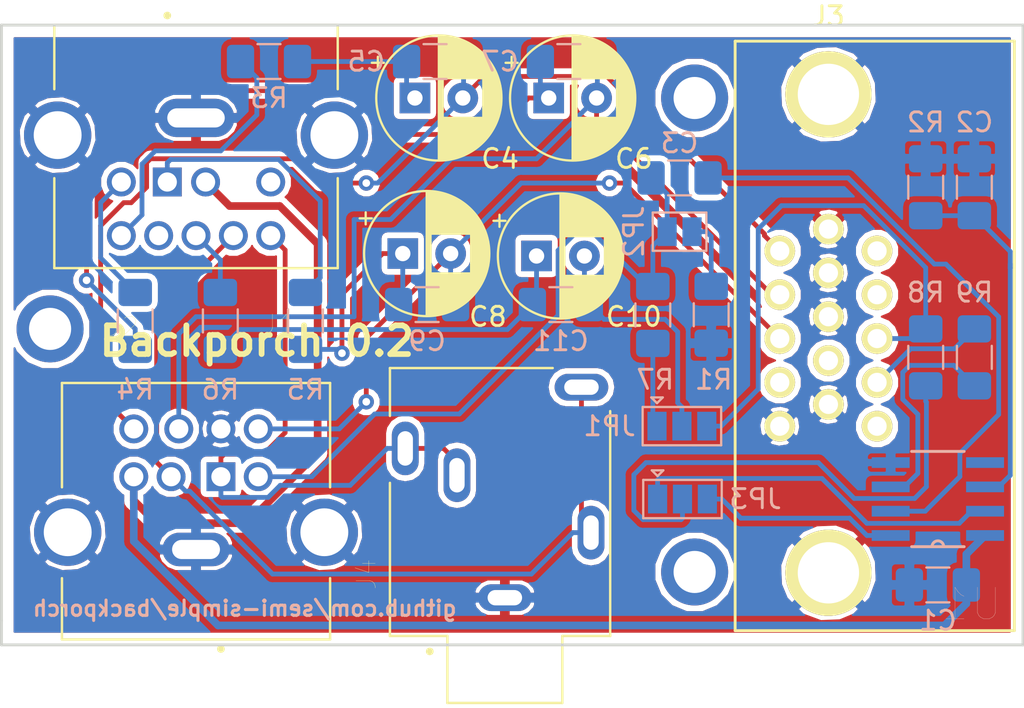
<source format=kicad_pcb>
(kicad_pcb (version 20171130) (host pcbnew 5.0.2+dfsg1-1)
  (layers (0 F.Cu signal) (31 B.Cu signal) (34 B.Paste user) (35 F.Paste user) (36 B.SilkS user) (37 F.SilkS user) (38 B.Mask user) (39 F.Mask user) (44 Edge.Cuts user))
  (net 0 "")
  (net 1 GND)
  (net 2 +5V)
  (net 3 "Net-(C2-Pad1)")
  (net 4 "Net-(C3-Pad1)")
  (net 5 CSYNC_75)
  (net 6 RED_75)
  (net 7 "Net-(C4-Pad1)")
  (net 8 "Net-(C6-Pad1)")
  (net 9 GREEN_75)
  (net 10 BLUE_75)
  (net 11 "Net-(C8-Pad1)")
  (net 12 "Net-(C10-Pad1)")
  (net 13 "Net-(C10-Pad2)")
  (net 14 BLUE_IN)
  (net 15 RED_IN)
  (net 16 GREEN_IN)
  (net 17 "Net-(J1-Pad6)")
  (net 18 AUD_RIGHT)
  (net 19 "Net-(J1-Pad4)")
  (net 20 AUD_LEFT)
  (net 21 CSYNC_IN)
  (net 22 "Net-(J3-Pad4)")
  (net 23 "Net-(J3-Pad9)")
  (net 24 "Net-(J3-Pad11)")
  (net 25 "Net-(J3-Pad12)")
  (net 26 HSYNC_75)
  (net 27 "Net-(J3-Pad15)")
  (net 28 "Net-(JP1-Pad1)")
  (net 29 "Net-(U1-Pad5)")
  (net 30 "Net-(JP2-Pad1)")
  (net 31 "Net-(JP3-Pad2)")
  (net 32 VSYNC_75)
  (net 33 "Net-(R9-Pad2)")
  (net 34 "Net-(JP3-Pad3)")
  (net 35 "Net-(JP3-Pad1)")
  (module project-footprints:CUI_MD-80SM (layer F.Cu) (at 118.11 100.965)
    (fp_text reference J2 (at -3.825 -9.635) (layer F.SilkS) (effects (font (thickness 0.015))))
    (fp_text value MD-80SM)
    (pad S1 thru_hole circle (at 6.7 1.1) (size 3.516 3.516) (drill 2.5) (layers *.Cu *.Mask) (net 1 GND))
    (pad S2 thru_hole circle (at -6.7 1.1) (size 3.516 3.516) (drill 2.5) (layers *.Cu *.Mask) (net 1 GND))
    (pad S3 thru_hole oval (at 0 2) (size 3.5 1.75) (drill oval 2.5 1) (layers *.Cu *.Mask) (net 1 GND))
    (pad 1 thru_hole rect (at 1.3 -1.8) (size 1.508 1.508) (drill 1) (layers *.Cu *.Mask) (net 18 AUD_RIGHT))
    (pad 6 thru_hole circle (at 3.25 -4.3) (size 1.508 1.508) (drill 1) (layers *.Cu *.Mask) (net 10 BLUE_75))
    (pad 5 thru_hole circle (at 3.25 -1.8) (size 1.508 1.508) (drill 1) (layers *.Cu *.Mask) (net 5 CSYNC_75))
    (pad 3 thru_hole circle (at -3.25 -1.8) (size 1.508 1.508) (drill 1) (layers *.Cu *.Mask) (net 2 +5V))
    (pad 8 thru_hole circle (at -3.25 -4.3) (size 1.508 1.508) (drill 1) (layers *.Cu *.Mask) (net 6 RED_75))
    (pad 2 thru_hole circle (at -1.3 -1.8) (size 1.508 1.508) (drill 1) (layers *.Cu *.Mask) (net 20 AUD_LEFT))
    (pad 4 thru_hole circle (at 1.3 -4.3) (size 1.508 1.508) (drill 1) (layers *.Cu *.Mask) (net 1 GND))
    (pad 7 thru_hole circle (at -0.9 -4.3) (size 1.508 1.508) (drill 1) (layers *.Cu *.Mask) (net 9 GREEN_75))
  )
  (module project-footprints:CUI_MD-90SM (layer F.Cu) (at 118.11 81.915 180)
    (fp_text reference J1 (at -4.325 -9.285 180) (layer F.SilkS) (effects (font (thickness 0.015))))
    (fp_text value MD-90SM)
    (pad S1 thru_hole circle (at 7.225 0.6 180) (size 3.516 3.516) (drill 2.5) (layers *.Cu *.Mask) (net 1 GND))
    (pad S2 thru_hole circle (at -7.225 0.6 180) (size 3.516 3.516) (drill 2.5) (layers *.Cu *.Mask) (net 1 GND))
    (pad S3 thru_hole oval (at 0 1.5 180) (size 4 2) (drill oval 3 1) (layers *.Cu *.Mask) (net 1 GND))
    (pad 1 thru_hole rect (at 1.5 -1.85 180) (size 1.508 1.508) (drill 1) (layers *.Cu *.Mask) (net 14 BLUE_IN))
    (pad 7 thru_hole circle (at 3.9 -4.65 180) (size 1.508 1.508) (drill 1) (layers *.Cu *.Mask) (net 15 RED_IN))
    (pad 3 thru_hole circle (at 3.9 -1.85 180) (size 1.508 1.508) (drill 1) (layers *.Cu *.Mask) (net 16 GREEN_IN))
    (pad 6 thru_hole circle (at -3.9 -1.85 180) (size 1.508 1.508) (drill 1) (layers *.Cu *.Mask) (net 17 "Net-(J1-Pad6)"))
    (pad 9 thru_hole circle (at -3.9 -4.65 180) (size 1.508 1.508) (drill 1) (layers *.Cu *.Mask) (net 18 AUD_RIGHT))
    (pad 2 thru_hole circle (at -0.5 -1.85 180) (size 1.508 1.508) (drill 1) (layers *.Cu *.Mask) (net 2 +5V))
    (pad 4 thru_hole circle (at 1.95 -4.65 180) (size 1.508 1.508) (drill 1) (layers *.Cu *.Mask) (net 19 "Net-(J1-Pad4)"))
    (pad 8 thru_hole circle (at -1.95 -4.65 180) (size 1.508 1.508) (drill 1) (layers *.Cu *.Mask) (net 20 AUD_LEFT))
    (pad 5 thru_hole circle (at 0 -4.65 180) (size 1.508 1.508) (drill 1) (layers *.Cu *.Mask) (net 21 CSYNC_IN))
  )
  (module project-footprints:SOIC127P600X175-8N (layer B.Cu) (at 156.845 100.33)
    (fp_text reference U1 (at 1.754335 5.491865) (layer B.SilkS) (effects (font (size 1.64163 1.64163) (thickness 0.015)) (justify mirror)))
    (fp_text value EL1883ISZ)
    (pad 1 smd rect (at -2.4638 1.905) (size 1.9812 0.5588) (layers B.Cu B.Paste B.Mask) (net 34 "Net-(JP3-Pad3)"))
    (pad 2 smd rect (at -2.4638 0.635) (size 1.9812 0.5588) (layers B.Cu B.Paste B.Mask) (net 4 "Net-(C3-Pad1)"))
    (pad 3 smd rect (at -2.4638 -0.635) (size 1.9812 0.5588) (layers B.Cu B.Paste B.Mask) (net 33 "Net-(R9-Pad2)"))
    (pad 4 smd rect (at -2.4638 -1.905) (size 1.9812 0.5588) (layers B.Cu B.Paste B.Mask) (net 1 GND))
    (pad 5 smd rect (at 2.4638 -1.905) (size 1.9812 0.5588) (layers B.Cu B.Paste B.Mask) (net 29 "Net-(U1-Pad5)"))
    (pad 6 smd rect (at 2.4638 -0.635) (size 1.9812 0.5588) (layers B.Cu B.Paste B.Mask) (net 3 "Net-(C2-Pad1)"))
    (pad 7 smd rect (at 2.4638 0.635) (size 1.9812 0.5588) (layers B.Cu B.Paste B.Mask) (net 35 "Net-(JP3-Pad1)"))
    (pad 8 smd rect (at 2.4638 1.905) (size 1.9812 0.5588) (layers B.Cu B.Paste B.Mask) (net 2 +5V))
  )
  (module project-footprints:SWITCHCRAFT_35RAPC4BH3 (layer F.Cu) (at 133.985 102.235 90)
    (fp_text reference J4 (at -2.0258 -6.9836 90) (layer F.SilkS) (effects (font (thickness 0.015))))
    (fp_text value 35RAPC4BH3)
    (pad 1 thru_hole oval (at -3.25 0.25 90) (size 1.4 2.8) (drill oval 0.8 1.8) (layers *.Cu *.Mask) (net 1 GND))
    (pad 2 thru_hole oval (at 4.55 -4.95 90) (size 2.8 1.4) (drill oval 1.8 0.8) (layers *.Cu *.Mask) (net 18 AUD_RIGHT))
    (pad 3 thru_hole oval (at 3.15 -2.25 90) (size 2.8 1.4) (drill oval 1.8 0.8) (layers *.Cu *.Mask) (net 18 AUD_RIGHT))
    (pad 4 thru_hole oval (at 7.75 4.25 90) (size 1.4 2.8) (drill oval 0.8 1.8) (layers *.Cu *.Mask) (net 20 AUD_LEFT))
    (pad 5 thru_hole oval (at 0.15 4.75 90) (size 2.8 1.4) (drill oval 1.8 0.8) (layers *.Cu *.Mask) (net 20 AUD_LEFT))
  )
  (module project-footprints:VGA_CONN (layer F.Cu) (at 151.13 90.805 90)
    (fp_text reference J3 (at 15.70228 -0.00508 180) (layer F.SilkS))
    (fp_text value DB15_Female_HighDensity_MountingHoles)
    (pad 8 thru_hole circle (at 0 0 90) (size 1.6 1.6) (drill 1) (layers *.Cu *.Mask F.SilkS) (net 1 GND))
    (pad 9 thru_hole circle (at -2.29 0 90) (size 1.6 1.6) (drill 1) (layers *.Cu *.Mask F.SilkS) (net 23 "Net-(J3-Pad9)"))
    (pad 10 thru_hole circle (at -4.58 0 90) (size 1.6 1.6) (drill 1) (layers *.Cu *.Mask F.SilkS) (net 1 GND))
    (pad 1 thru_hole circle (at 3.44 -2.54 90) (size 1.6 1.6) (drill 1) (layers *.Cu *.Mask F.SilkS) (net 6 RED_75))
    (pad 2 thru_hole circle (at 1.15 -2.54 90) (size 1.6 1.6) (drill 1) (layers *.Cu *.Mask F.SilkS) (net 9 GREEN_75))
    (pad 3 thru_hole circle (at -1.14 -2.54 90) (size 1.6 1.6) (drill 1) (layers *.Cu *.Mask F.SilkS) (net 10 BLUE_75))
    (pad 4 thru_hole circle (at -3.43 -2.54 90) (size 1.6 1.6) (drill 1) (layers *.Cu *.Mask F.SilkS) (net 22 "Net-(J3-Pad4)"))
    (pad 5 thru_hole circle (at -5.72 -2.54 90) (size 1.6 1.6) (drill 1) (layers *.Cu *.Mask F.SilkS) (net 1 GND))
    (pad 6 thru_hole circle (at 4.58 0 90) (size 1.6 1.6) (drill 1) (layers *.Cu *.Mask F.SilkS) (net 1 GND))
    (pad 7 thru_hole circle (at 2.29 0 90) (size 1.6 1.6) (drill 1) (layers *.Cu *.Mask F.SilkS) (net 1 GND))
    (pad 11 thru_hole circle (at 3.44 2.54 90) (size 1.6 1.6) (drill 1) (layers *.Cu *.Mask F.SilkS) (net 24 "Net-(J3-Pad11)"))
    (pad 12 thru_hole circle (at 1.15 2.54 90) (size 1.6 1.6) (drill 1) (layers *.Cu *.Mask F.SilkS) (net 25 "Net-(J3-Pad12)"))
    (pad 13 thru_hole circle (at -1.14 2.54 90) (size 1.6 1.6) (drill 1) (layers *.Cu *.Mask F.SilkS) (net 26 HSYNC_75))
    (pad 14 thru_hole circle (at -3.43 2.54 90) (size 1.6 1.6) (drill 1) (layers *.Cu *.Mask F.SilkS) (net 32 VSYNC_75))
    (pad 15 thru_hole circle (at -5.72 2.54 90) (size 1.6 1.6) (drill 1) (layers *.Cu *.Mask F.SilkS) (net 27 "Net-(J3-Pad15)"))
    (pad 0 thru_hole circle (at 11.62 0 90) (size 4.5 4.5) (drill 3.2) (layers *.Cu *.Mask F.SilkS) (net 1 GND))
    (pad 0 thru_hole circle (at -13.38 0 90) (size 4.5 4.5) (drill 3.2) (layers *.Cu *.Mask F.SilkS) (net 1 GND))
  )
  (module MountingHole:MountingHole_2.2mm_M2_ISO7380_Pad (layer F.Cu) (at 110.49 91.44)
    (fp_text reference H3 hide)
    (fp_text value MountingHole)
    (pad 1 thru_hole circle (at 0 0) (size 3.5 3.5) (drill 2.2) (layers *.Cu *.Mask))
  )
  (module MountingHole:MountingHole_2.2mm_M2_ISO7380_Pad (layer F.Cu) (at 144.145 79.375)
    (fp_text reference H2 hide)
    (fp_text value MountingHole)
    (pad 1 thru_hole circle (at 0 0) (size 3.5 3.5) (drill 2.2) (layers *.Cu *.Mask))
  )
  (module MountingHole:MountingHole_2.2mm_M2_ISO7380_Pad (layer F.Cu) (at 144.145 104.14)
    (fp_text reference H1 hide)
    (fp_text value MountingHole)
    (pad 1 thru_hole circle (at 0 0) (size 3.5 3.5) (drill 2.2) (layers *.Cu *.Mask))
  )
  (module Jumper:SolderJumper-3_P1.3mm_Open_Pad1.0x1.5mm (layer B.Cu) (at 143.51 100.33)
    (fp_text reference JP3 (at 3.81 0) (layer B.SilkS) (effects (justify mirror)))
    (fp_text value CSYNC/HSYNC)
    (pad 3 smd rect (at 1.3 0) (size 1 1.5) (layers B.Cu B.Mask) (net 34 "Net-(JP3-Pad3)"))
    (pad 2 smd rect (at 0 0) (size 1 1.5) (layers B.Cu B.Mask) (net 31 "Net-(JP3-Pad2)"))
    (pad 1 smd rect (at -1.3 0) (size 1 1.5) (layers B.Cu B.Mask) (net 35 "Net-(JP3-Pad1)"))
  )
  (module Resistor_SMD:R_1206_3216Metric_Pad1.42x1.75mm_HandSolder (layer B.Cu) (at 158.75 92.9275 270)
    (fp_text reference R9 (at -3.3925 0) (layer B.SilkS) (effects (justify mirror)))
    (fp_text value 75R)
    (pad 1 smd roundrect (at -1.4875 0 270) (size 1.425 1.75) (layers B.Cu B.Paste B.Mask) (roundrect_rratio 0.175439) (net 32 VSYNC_75))
    (pad 2 smd roundrect (at 1.4875 0 270) (size 1.425 1.75) (layers B.Cu B.Paste B.Mask) (roundrect_rratio 0.175439) (net 33 "Net-(R9-Pad2)"))
  )
  (module Jumper:SolderJumper-2_P1.3mm_Open_Pad1.0x1.5mm (layer B.Cu) (at 143.358595 86.36 180)
    (fp_text reference JP2 (at 2.388595 0 90) (layer B.SilkS) (effects (justify mirror)))
    (fp_text value SolderJumper_2_Bridged)
    (pad 2 smd rect (at 0.65 0 180) (size 1 1.5) (layers B.Cu B.Mask) (net 5 CSYNC_75))
    (pad 1 smd rect (at -0.65 0 180) (size 1 1.5) (layers B.Cu B.Mask) (net 30 "Net-(JP2-Pad1)"))
  )
  (module Capacitor_SMD:C_1206_3216Metric_Pad1.42x1.75mm_HandSolder (layer B.Cu) (at 156.845 104.817684 180)
    (fp_text reference C1 (at 0 -1.862316 180) (layer B.SilkS) (effects (justify mirror)))
    (fp_text value 0.1uF)
    (pad 2 smd roundrect (at 1.4875 0 180) (size 1.425 1.75) (layers B.Cu B.Paste B.Mask) (roundrect_rratio 0.175439) (net 1 GND))
    (pad 1 smd roundrect (at -1.4875 0 180) (size 1.425 1.75) (layers B.Cu B.Paste B.Mask) (roundrect_rratio 0.175439) (net 2 +5V))
  )
  (module Capacitor_SMD:C_1206_3216Metric_Pad1.42x1.75mm_HandSolder (layer B.Cu) (at 158.75 84.0375 90)
    (fp_text reference C2 (at 3.3925 0) (layer B.SilkS) (effects (justify mirror)))
    (fp_text value 0.1uF)
    (pad 1 smd roundrect (at -1.4875 0 90) (size 1.425 1.75) (layers B.Cu B.Paste B.Mask) (roundrect_rratio 0.175439) (net 3 "Net-(C2-Pad1)"))
    (pad 2 smd roundrect (at 1.4875 0 90) (size 1.425 1.75) (layers B.Cu B.Paste B.Mask) (roundrect_rratio 0.175439) (net 1 GND))
  )
  (module Capacitor_SMD:C_1206_3216Metric_Pad1.42x1.75mm_HandSolder (layer B.Cu) (at 143.358595 83.551444 180)
    (fp_text reference C3 (at 0 1.82 180) (layer B.SilkS) (effects (justify mirror)))
    (fp_text value 0.1uF)
    (pad 1 smd roundrect (at -1.4875 0 180) (size 1.425 1.75) (layers B.Cu B.Paste B.Mask) (roundrect_rratio 0.175439) (net 4 "Net-(C3-Pad1)"))
    (pad 2 smd roundrect (at 1.4875 0 180) (size 1.425 1.75) (layers B.Cu B.Paste B.Mask) (roundrect_rratio 0.175439) (net 5 CSYNC_75))
  )
  (module Capacitor_THT:CP_Radial_D6.3mm_P2.50mm (layer F.Cu) (at 129.54 79.375)
    (fp_text reference C4 (at 4.445 3.175) (layer F.SilkS))
    (fp_text value 330uF)
    (pad 2 thru_hole circle (at 2.5 0) (size 1.6 1.6) (drill 0.8) (layers *.Cu *.Mask) (net 6 RED_75))
    (pad 1 thru_hole rect (at 0 0) (size 1.6 1.6) (drill 0.8) (layers *.Cu *.Mask) (net 7 "Net-(C4-Pad1)"))
  )
  (module Capacitor_SMD:C_1206_3216Metric_Pad1.42x1.75mm_HandSolder (layer B.Cu) (at 130.5925 77.47 180)
    (fp_text reference C5 (at 3.5925 0 180) (layer B.SilkS) (effects (justify mirror)))
    (fp_text value 0.1uF)
    (pad 1 smd roundrect (at -1.4875 0 180) (size 1.425 1.75) (layers B.Cu B.Paste B.Mask) (roundrect_rratio 0.175439) (net 6 RED_75))
    (pad 2 smd roundrect (at 1.4875 0 180) (size 1.425 1.75) (layers B.Cu B.Paste B.Mask) (roundrect_rratio 0.175439) (net 7 "Net-(C4-Pad1)"))
  )
  (module Capacitor_THT:CP_Radial_D6.3mm_P2.50mm (layer F.Cu) (at 136.525 79.375)
    (fp_text reference C6 (at 4.445 3.175) (layer F.SilkS))
    (fp_text value 330uF)
    (pad 1 thru_hole rect (at 0 0) (size 1.6 1.6) (drill 0.8) (layers *.Cu *.Mask) (net 8 "Net-(C6-Pad1)"))
    (pad 2 thru_hole circle (at 2.5 0) (size 1.6 1.6) (drill 0.8) (layers *.Cu *.Mask) (net 9 GREEN_75))
  )
  (module Capacitor_SMD:C_1206_3216Metric_Pad1.42x1.75mm_HandSolder (layer B.Cu) (at 137.5775 77.47 180)
    (fp_text reference C7 (at 3.5925 0 180) (layer B.SilkS) (effects (justify mirror)))
    (fp_text value 0.1uF)
    (pad 2 smd roundrect (at 1.4875 0 180) (size 1.425 1.75) (layers B.Cu B.Paste B.Mask) (roundrect_rratio 0.175439) (net 8 "Net-(C6-Pad1)"))
    (pad 1 smd roundrect (at -1.4875 0 180) (size 1.425 1.75) (layers B.Cu B.Paste B.Mask) (roundrect_rratio 0.175439) (net 9 GREEN_75))
  )
  (module Capacitor_THT:CP_Radial_D6.3mm_P2.50mm (layer F.Cu) (at 128.905 87.503)
    (fp_text reference C8 (at 4.445 3.302) (layer F.SilkS))
    (fp_text value 330uF)
    (pad 2 thru_hole circle (at 2.5 0) (size 1.6 1.6) (drill 0.8) (layers *.Cu *.Mask) (net 10 BLUE_75))
    (pad 1 thru_hole rect (at 0 0) (size 1.6 1.6) (drill 0.8) (layers *.Cu *.Mask) (net 11 "Net-(C8-Pad1)"))
  )
  (module Capacitor_SMD:C_1206_3216Metric_Pad1.42x1.75mm_HandSolder (layer B.Cu) (at 130.175 90.17 180)
    (fp_text reference C9 (at 0 -1.905 180) (layer B.SilkS) (effects (justify mirror)))
    (fp_text value 0.1uF)
    (pad 1 smd roundrect (at -1.4875 0 180) (size 1.425 1.75) (layers B.Cu B.Paste B.Mask) (roundrect_rratio 0.175439) (net 10 BLUE_75))
    (pad 2 smd roundrect (at 1.4875 0 180) (size 1.425 1.75) (layers B.Cu B.Paste B.Mask) (roundrect_rratio 0.175439) (net 11 "Net-(C8-Pad1)"))
  )
  (module Capacitor_THT:CP_Radial_D6.3mm_P2.50mm (layer F.Cu) (at 135.89 87.63)
    (fp_text reference C10 (at 5.08 3.175) (layer F.SilkS))
    (fp_text value 330uF)
    (pad 1 thru_hole rect (at 0 0) (size 1.6 1.6) (drill 0.8) (layers *.Cu *.Mask) (net 12 "Net-(C10-Pad1)"))
    (pad 2 thru_hole circle (at 2.5 0) (size 1.6 1.6) (drill 0.8) (layers *.Cu *.Mask) (net 13 "Net-(C10-Pad2)"))
  )
  (module Capacitor_SMD:C_1206_3216Metric_Pad1.42x1.75mm_HandSolder (layer B.Cu) (at 137.16 90.17 180)
    (fp_text reference C11 (at 0 -1.905 180) (layer B.SilkS) (effects (justify mirror)))
    (fp_text value 0.1uF)
    (pad 2 smd roundrect (at 1.4875 0 180) (size 1.425 1.75) (layers B.Cu B.Paste B.Mask) (roundrect_rratio 0.175439) (net 12 "Net-(C10-Pad1)"))
    (pad 1 smd roundrect (at -1.4875 0 180) (size 1.425 1.75) (layers B.Cu B.Paste B.Mask) (roundrect_rratio 0.175439) (net 13 "Net-(C10-Pad2)"))
  )
  (module Jumper:SolderJumper-3_P1.3mm_Open_Pad1.0x1.5mm (layer B.Cu) (at 143.48 96.52)
    (fp_text reference JP1 (at -3.78 0) (layer B.SilkS) (effects (justify mirror)))
    (fp_text value "EL 1883 bypass")
    (pad 3 smd rect (at 1.3 0) (size 1 1.5) (layers B.Cu B.Mask) (net 26 HSYNC_75))
    (pad 2 smd rect (at 0 0) (size 1 1.5) (layers B.Cu B.Mask) (net 13 "Net-(C10-Pad2)"))
    (pad 1 smd rect (at -1.3 0) (size 1 1.5) (layers B.Cu B.Mask) (net 28 "Net-(JP1-Pad1)"))
  )
  (module Resistor_SMD:R_1206_3216Metric_Pad1.42x1.75mm_HandSolder (layer B.Cu) (at 145.009595 90.699944 270)
    (fp_text reference R1 (at 3.3925 -0.127 180) (layer B.SilkS) (effects (justify mirror)))
    (fp_text value 75R)
    (pad 1 smd roundrect (at -1.4875 0 270) (size 1.425 1.75) (layers B.Cu B.Paste B.Mask) (roundrect_rratio 0.175439) (net 30 "Net-(JP2-Pad1)"))
    (pad 2 smd roundrect (at 1.4875 0 270) (size 1.425 1.75) (layers B.Cu B.Paste B.Mask) (roundrect_rratio 0.175439) (net 1 GND))
  )
  (module Resistor_SMD:R_1206_3216Metric_Pad1.42x1.75mm_HandSolder (layer B.Cu) (at 156.21 84.0375 90)
    (fp_text reference R2 (at 3.3925 0) (layer B.SilkS) (effects (justify mirror)))
    (fp_text value 681kR)
    (pad 2 smd roundrect (at 1.4875 0 90) (size 1.425 1.75) (layers B.Cu B.Paste B.Mask) (roundrect_rratio 0.175439) (net 1 GND))
    (pad 1 smd roundrect (at -1.4875 0 90) (size 1.425 1.75) (layers B.Cu B.Paste B.Mask) (roundrect_rratio 0.175439) (net 3 "Net-(C2-Pad1)"))
  )
  (module Resistor_SMD:R_1206_3216Metric_Pad1.42x1.75mm_HandSolder (layer B.Cu) (at 121.92 77.47)
    (fp_text reference R3 (at 0 1.905) (layer B.SilkS) (effects (justify mirror)))
    (fp_text value 75R)
    (pad 1 smd roundrect (at -1.4875 0) (size 1.425 1.75) (layers B.Cu B.Paste B.Mask) (roundrect_rratio 0.175439) (net 15 RED_IN))
    (pad 2 smd roundrect (at 1.4875 0) (size 1.425 1.75) (layers B.Cu B.Paste B.Mask) (roundrect_rratio 0.175439) (net 7 "Net-(C4-Pad1)"))
  )
  (module Resistor_SMD:R_1206_3216Metric_Pad1.42x1.75mm_HandSolder (layer B.Cu) (at 114.935 91.0225 270)
    (fp_text reference R4 (at 3.5925 0 180) (layer B.SilkS) (effects (justify mirror)))
    (fp_text value 75R)
    (pad 1 smd roundrect (at -1.4875 0 270) (size 1.425 1.75) (layers B.Cu B.Paste B.Mask) (roundrect_rratio 0.175439) (net 16 GREEN_IN))
    (pad 2 smd roundrect (at 1.4875 0 270) (size 1.425 1.75) (layers B.Cu B.Paste B.Mask) (roundrect_rratio 0.175439) (net 8 "Net-(C6-Pad1)"))
  )
  (module Resistor_SMD:R_1206_3216Metric_Pad1.42x1.75mm_HandSolder (layer B.Cu) (at 123.825 91.0225 270)
    (fp_text reference R5 (at 3.5925 0 180) (layer B.SilkS) (effects (justify mirror)))
    (fp_text value 75R)
    (pad 2 smd roundrect (at 1.4875 0 270) (size 1.425 1.75) (layers B.Cu B.Paste B.Mask) (roundrect_rratio 0.175439) (net 11 "Net-(C8-Pad1)"))
    (pad 1 smd roundrect (at -1.4875 0 270) (size 1.425 1.75) (layers B.Cu B.Paste B.Mask) (roundrect_rratio 0.175439) (net 14 BLUE_IN))
  )
  (module Resistor_SMD:R_1206_3216Metric_Pad1.42x1.75mm_HandSolder (layer B.Cu) (at 119.38 91.0225 270)
    (fp_text reference R6 (at 3.5925 0 180) (layer B.SilkS) (effects (justify mirror)))
    (fp_text value 75R)
    (pad 2 smd roundrect (at 1.4875 0 270) (size 1.425 1.75) (layers B.Cu B.Paste B.Mask) (roundrect_rratio 0.175439) (net 12 "Net-(C10-Pad1)"))
    (pad 1 smd roundrect (at -1.4875 0 270) (size 1.425 1.75) (layers B.Cu B.Paste B.Mask) (roundrect_rratio 0.175439) (net 21 CSYNC_IN))
  )
  (module Resistor_SMD:R_1206_3216Metric_Pad1.42x1.75mm_HandSolder (layer B.Cu) (at 141.961595 90.709944 90)
    (fp_text reference R7 (at -3.3825 0.127) (layer B.SilkS) (effects (justify mirror)))
    (fp_text value 470R)
    (pad 2 smd roundrect (at 1.4875 0 90) (size 1.425 1.75) (layers B.Cu B.Paste B.Mask) (roundrect_rratio 0.175439) (net 5 CSYNC_75))
    (pad 1 smd roundrect (at -1.4875 0 90) (size 1.425 1.75) (layers B.Cu B.Paste B.Mask) (roundrect_rratio 0.175439) (net 28 "Net-(JP1-Pad1)"))
  )
  (module Resistor_SMD:R_1206_3216Metric_Pad1.42x1.75mm_HandSolder (layer B.Cu) (at 156.21 92.9275 270)
    (fp_text reference R8 (at -3.3925 0) (layer B.SilkS) (effects (justify mirror)))
    (fp_text value 75R)
    (pad 1 smd roundrect (at -1.4875 0 270) (size 1.425 1.75) (layers B.Cu B.Paste B.Mask) (roundrect_rratio 0.175439) (net 26 HSYNC_75))
    (pad 2 smd roundrect (at 1.4875 0 270) (size 1.425 1.75) (layers B.Cu B.Paste B.Mask) (roundrect_rratio 0.175439) (net 31 "Net-(JP3-Pad2)"))
  )
  (gr_text github.com/semi-simple/backporch (at 120.65 106.045) (layer B.SilkS) (effects (font (size 0.8 0.8) (thickness 0.16)) (justify mirror)))
  (gr_text "Backporch 0.2" (at 121.285 92.075) (layer F.SilkS) (effects (font (size 1.5 1.5) (thickness 0.3))))
  (gr_line (start 107.95 107.95) (end 107.95 106.68) (layer Edge.Cuts) (width 0.15))
  (gr_line (start 161.29 107.95) (end 107.95 107.95) (layer Edge.Cuts) (width 0.15))
  (gr_line (start 161.29 75.565) (end 161.29 107.95) (layer Edge.Cuts) (width 0.15))
  (gr_line (start 107.95 75.565) (end 161.29 75.565) (layer Edge.Cuts) (width 0.15))
  (gr_line (start 107.95 106.68) (end 107.95 75.565) (layer Edge.Cuts) (width 0.15))
  (segment (start 118.61 84.32) (end 118.61 83.765) (width 0.4) (layer B.Cu) (net 2))
  (segment (start 114.86 99.165) (end 114.86 100.405) (width 0.4) (layer F.Cu) (net 2))
  (segment (start 120.790932 101.58999) (end 124.46 97.920922) (width 0.4) (layer F.Cu) (net 2))
  (segment (start 114.86 100.405) (end 116.04499 101.58999) (width 0.4) (layer F.Cu) (net 2))
  (segment (start 116.04499 101.58999) (end 120.790932 101.58999) (width 0.4) (layer F.Cu) (net 2))
  (segment (start 119.864001 85.019001) (end 118.61 83.765) (width 0.4) (layer F.Cu) (net 2))
  (segment (start 122.484001 85.019001) (end 119.864001 85.019001) (width 0.4) (layer F.Cu) (net 2))
  (segment (start 124.46 86.995) (end 122.484001 85.019001) (width 0.4) (layer F.Cu) (net 2))
  (segment (start 124.46 97.920922) (end 124.46 86.995) (width 0.4) (layer F.Cu) (net 2))
  (segment (start 158.3325 103.2113) (end 159.3088 102.235) (width 0.4) (layer B.Cu) (net 2))
  (segment (start 158.3325 104.817684) (end 158.3325 103.2113) (width 0.4) (layer B.Cu) (net 2))
  (segment (start 114.86 102.534557) (end 114.86 99.165) (width 0.4) (layer B.Cu) (net 2))
  (segment (start 119.260444 106.935001) (end 114.86 102.534557) (width 0.4) (layer B.Cu) (net 2))
  (segment (start 157.190183 106.935001) (end 119.260444 106.935001) (width 0.4) (layer B.Cu) (net 2))
  (segment (start 158.3325 105.792684) (end 157.190183 106.935001) (width 0.4) (layer B.Cu) (net 2))
  (segment (start 158.3325 104.817684) (end 158.3325 105.792684) (width 0.4) (layer B.Cu) (net 2))
  (segment (start 160.02 99.695) (end 160.624401 99.090599) (width 0.25) (layer B.Cu) (net 3))
  (segment (start 159.3088 99.695) (end 160.02 99.695) (width 0.25) (layer B.Cu) (net 3))
  (segment (start 160.624401 87.399401) (end 158.75 85.525) (width 0.25) (layer B.Cu) (net 3))
  (segment (start 160.624401 88.265) (end 160.624401 87.399401) (width 0.25) (layer B.Cu) (net 3))
  (segment (start 160.624401 88.265) (end 160.624401 88.034401) (width 0.25) (layer B.Cu) (net 3))
  (segment (start 160.624401 99.090599) (end 160.624401 88.265) (width 0.25) (layer B.Cu) (net 3))
  (segment (start 156.21 85.525) (end 158.75 85.525) (width 0.25) (layer B.Cu) (net 3))
  (segment (start 154.3812 100.965) (end 154.966202 100.965) (width 0.25) (layer B.Cu) (net 4))
  (segment (start 160.02 95.911202) (end 160.02 90.80931) (width 0.25) (layer B.Cu) (net 4))
  (segment (start 157.993199 97.938003) (end 160.02 95.911202) (width 0.25) (layer B.Cu) (net 4))
  (segment (start 157.993199 99.155599) (end 157.993199 97.938003) (width 0.25) (layer B.Cu) (net 4))
  (segment (start 156.183798 100.965) (end 157.993199 99.155599) (width 0.25) (layer B.Cu) (net 4))
  (segment (start 154.3812 100.965) (end 156.183798 100.965) (width 0.25) (layer B.Cu) (net 4))
  (segment (start 152.157856 83.551444) (end 144.846095 83.551444) (width 0.25) (layer B.Cu) (net 4))
  (segment (start 156.660009 88.053597) (end 152.157856 83.551444) (width 0.25) (layer B.Cu) (net 4))
  (segment (start 157.264287 88.053597) (end 156.660009 88.053597) (width 0.25) (layer B.Cu) (net 4))
  (segment (start 160.02 90.80931) (end 157.264287 88.053597) (width 0.25) (layer B.Cu) (net 4))
  (segment (start 141.961595 87.107) (end 142.708595 86.36) (width 0.25) (layer B.Cu) (net 5))
  (segment (start 141.961595 89.222444) (end 141.961595 87.107) (width 0.25) (layer B.Cu) (net 5))
  (segment (start 142.708595 84.388944) (end 141.871095 83.551444) (width 0.25) (layer B.Cu) (net 5))
  (segment (start 142.708595 86.36) (end 142.708595 84.388944) (width 0.25) (layer B.Cu) (net 5))
  (segment (start 124.158002 99.165) (end 121.36 99.165) (width 0.25) (layer B.Cu) (net 5))
  (segment (start 127.438002 95.885) (end 124.158002 99.165) (width 0.25) (layer B.Cu) (net 5))
  (segment (start 131.85819 95.885) (end 127.438002 95.885) (width 0.25) (layer B.Cu) (net 5))
  (segment (start 137.015001 90.728189) (end 131.85819 95.885) (width 0.25) (layer B.Cu) (net 5))
  (segment (start 137.015001 87.339997) (end 137.015001 90.728189) (width 0.25) (layer B.Cu) (net 5))
  (segment (start 137.849999 86.504999) (end 137.015001 87.339997) (width 0.25) (layer B.Cu) (net 5))
  (segment (start 138.930001 86.504999) (end 137.849999 86.504999) (width 0.25) (layer B.Cu) (net 5))
  (segment (start 141.647446 89.222444) (end 138.930001 86.504999) (width 0.25) (layer B.Cu) (net 5))
  (segment (start 141.961595 89.222444) (end 141.647446 89.222444) (width 0.25) (layer B.Cu) (net 5))
  (via (at 127 83.82) (size 0.8) (drill 0.4) (layers F.Cu B.Cu) (net 6))
  (segment (start 131.6625 79.1175) (end 131.405 79.375) (width 0.25) (layer B.Cu) (net 6))
  (segment (start 123.339158 82.55) (end 124.609158 83.82) (width 0.25) (layer F.Cu) (net 6))
  (segment (start 113.130999 94.935999) (end 113.130999 86.047079) (width 0.25) (layer F.Cu) (net 6))
  (segment (start 114.86 96.665) (end 113.130999 94.935999) (width 0.25) (layer F.Cu) (net 6))
  (segment (start 115.731998 82.55) (end 123.339158 82.55) (width 0.25) (layer F.Cu) (net 6))
  (segment (start 114.334077 84.844001) (end 114.727921 84.844001) (width 0.25) (layer F.Cu) (net 6))
  (segment (start 113.130999 86.047079) (end 114.334077 84.844001) (width 0.25) (layer F.Cu) (net 6))
  (segment (start 114.727921 84.844001) (end 115.530999 84.040923) (width 0.25) (layer F.Cu) (net 6))
  (segment (start 115.530999 82.750999) (end 115.731998 82.55) (width 0.25) (layer F.Cu) (net 6))
  (segment (start 115.530999 84.040923) (end 115.530999 82.750999) (width 0.25) (layer F.Cu) (net 6))
  (segment (start 124.609158 83.82) (end 127 83.82) (width 0.25) (layer F.Cu) (net 6))
  (segment (start 131.405 79.415) (end 131.405 79.375) (width 0.25) (layer B.Cu) (net 6))
  (segment (start 132.08 79.335) (end 132.04 79.375) (width 0.25) (layer B.Cu) (net 6))
  (segment (start 132.08 77.47) (end 132.08 79.335) (width 0.25) (layer B.Cu) (net 6))
  (segment (start 127.595 83.82) (end 132.04 79.375) (width 0.25) (layer B.Cu) (net 6))
  (segment (start 127 83.82) (end 127.595 83.82) (width 0.25) (layer B.Cu) (net 6))
  (segment (start 147.790001 86.474999) (end 147.790001 86.565001) (width 0.25) (layer F.Cu) (net 6))
  (segment (start 139.565001 78.249999) (end 147.790001 86.474999) (width 0.25) (layer F.Cu) (net 6))
  (segment (start 147.790001 86.565001) (end 148.59 87.365) (width 0.25) (layer F.Cu) (net 6))
  (segment (start 133.165001 78.249999) (end 139.565001 78.249999) (width 0.25) (layer F.Cu) (net 6))
  (segment (start 132.04 79.375) (end 133.165001 78.249999) (width 0.25) (layer F.Cu) (net 6))
  (segment (start 128.6875 77.47) (end 123.4075 77.47) (width 0.25) (layer B.Cu) (net 7))
  (segment (start 129.105 78.94) (end 129.54 79.375) (width 0.25) (layer B.Cu) (net 7))
  (segment (start 129.105 77.47) (end 129.105 78.94) (width 0.25) (layer B.Cu) (net 7))
  (via (at 112.395 88.9) (size 0.8) (drill 0.4) (layers F.Cu B.Cu) (net 8))
  (segment (start 136.09 78.94) (end 136.525 79.375) (width 0.25) (layer B.Cu) (net 8))
  (segment (start 136.09 77.47) (end 136.09 78.94) (width 0.25) (layer B.Cu) (net 8))
  (segment (start 114.935 91.44) (end 112.395 88.9) (width 0.25) (layer B.Cu) (net 8))
  (segment (start 114.935 92.51) (end 114.935 91.44) (width 0.25) (layer B.Cu) (net 8))
  (segment (start 135.475 79.375) (end 136.525 79.375) (width 0.25) (layer F.Cu) (net 8))
  (segment (start 112.395 83.114732) (end 116.519742 78.98999) (width 0.25) (layer F.Cu) (net 8))
  (segment (start 116.519742 78.98999) (end 126.240832 78.98999) (width 0.25) (layer F.Cu) (net 8))
  (segment (start 112.395 88.9) (end 112.395 83.114732) (width 0.25) (layer F.Cu) (net 8))
  (segment (start 126.240832 78.98999) (end 128.530842 81.28) (width 0.25) (layer F.Cu) (net 8))
  (segment (start 128.530842 81.28) (end 133.57 81.28) (width 0.25) (layer F.Cu) (net 8))
  (segment (start 133.57 81.28) (end 135.475 79.375) (width 0.25) (layer F.Cu) (net 8))
  (segment (start 138.6475 79.1175) (end 138.39 79.375) (width 0.25) (layer B.Cu) (net 9))
  (segment (start 138.865 78.9) (end 138.39 79.375) (width 0.25) (layer B.Cu) (net 9))
  (segment (start 139.065 79.335) (end 139.025 79.375) (width 0.25) (layer B.Cu) (net 9))
  (segment (start 139.065 77.47) (end 139.065 79.335) (width 0.25) (layer B.Cu) (net 9))
  (segment (start 148.17363 89.655) (end 148.59 89.655) (width 0.25) (layer F.Cu) (net 9))
  (segment (start 139.025 80.50637) (end 148.17363 89.655) (width 0.25) (layer F.Cu) (net 9))
  (segment (start 139.025 79.375) (end 139.025 80.50637) (width 0.25) (layer F.Cu) (net 9))
  (segment (start 117.21 91.705) (end 117.21 96.665) (width 0.25) (layer B.Cu) (net 9))
  (segment (start 118.11 90.805) (end 117.21 91.705) (width 0.25) (layer B.Cu) (net 9))
  (segment (start 126.365 85.725) (end 126.365 90.805) (width 0.25) (layer B.Cu) (net 9))
  (segment (start 126.365 90.805) (end 118.11 90.805) (width 0.25) (layer B.Cu) (net 9))
  (segment (start 137.899999 80.500001) (end 137.899999 80.540001) (width 0.25) (layer B.Cu) (net 9))
  (segment (start 137.899999 80.540001) (end 135.89 82.55) (width 0.25) (layer B.Cu) (net 9))
  (segment (start 139.025 79.375) (end 137.899999 80.500001) (width 0.25) (layer B.Cu) (net 9))
  (segment (start 131.445 82.55) (end 128.27 85.725) (width 0.25) (layer B.Cu) (net 9))
  (segment (start 135.89 82.55) (end 131.445 82.55) (width 0.25) (layer B.Cu) (net 9))
  (segment (start 128.27 85.725) (end 126.365 85.725) (width 0.25) (layer B.Cu) (net 9))
  (via (at 139.7 83.82) (size 0.8) (drill 0.4) (layers F.Cu B.Cu) (net 10))
  (via (at 127 95.25) (size 0.8) (drill 0.4) (layers F.Cu B.Cu) (net 10))
  (segment (start 131.405 89.9125) (end 131.6625 90.17) (width 0.25) (layer B.Cu) (net 10))
  (segment (start 131.405 87.503) (end 131.405 89.9125) (width 0.25) (layer B.Cu) (net 10))
  (segment (start 125.585 96.665) (end 127 95.25) (width 0.25) (layer B.Cu) (net 10))
  (segment (start 121.36 96.665) (end 125.585 96.665) (width 0.25) (layer B.Cu) (net 10))
  (segment (start 127 91.908) (end 131.405 87.503) (width 0.25) (layer F.Cu) (net 10))
  (segment (start 127 95.25) (end 127 91.908) (width 0.25) (layer F.Cu) (net 10))
  (segment (start 135.088 83.82) (end 139.7 83.82) (width 0.25) (layer B.Cu) (net 10))
  (segment (start 131.405 87.503) (end 135.088 83.82) (width 0.25) (layer B.Cu) (net 10))
  (segment (start 140.465 83.82) (end 148.59 91.945) (width 0.25) (layer F.Cu) (net 10))
  (segment (start 139.7 83.82) (end 140.465 83.82) (width 0.25) (layer F.Cu) (net 10))
  (via (at 125.73 92.71) (size 0.8) (drill 0.4) (layers F.Cu B.Cu) (net 11))
  (segment (start 128.905 89.9525) (end 128.6875 90.17) (width 0.25) (layer B.Cu) (net 11))
  (segment (start 128.905 87.503) (end 128.905 89.9525) (width 0.25) (layer B.Cu) (net 11))
  (segment (start 125.53 92.51) (end 125.73 92.71) (width 0.25) (layer B.Cu) (net 11))
  (segment (start 123.825 92.51) (end 125.53 92.51) (width 0.25) (layer B.Cu) (net 11))
  (segment (start 127.855 87.503) (end 128.905 87.503) (width 0.25) (layer F.Cu) (net 11))
  (segment (start 125.73 89.628) (end 127.855 87.503) (width 0.25) (layer F.Cu) (net 11))
  (segment (start 125.73 92.71) (end 125.73 89.628) (width 0.25) (layer F.Cu) (net 11))
  (segment (start 135.89 89.9525) (end 135.6725 90.17) (width 0.25) (layer B.Cu) (net 12))
  (segment (start 135.89 87.63) (end 135.89 89.9525) (width 0.25) (layer B.Cu) (net 12))
  (segment (start 134.37001 91.47249) (end 135.6725 90.17) (width 0.25) (layer B.Cu) (net 12))
  (segment (start 120.41751 91.47249) (end 134.37001 91.47249) (width 0.25) (layer B.Cu) (net 12))
  (segment (start 119.38 92.51) (end 120.41751 91.47249) (width 0.25) (layer B.Cu) (net 12))
  (segment (start 138.39 89.9125) (end 138.6475 90.17) (width 0.25) (layer B.Cu) (net 13))
  (segment (start 138.39 87.63) (end 138.39 89.9125) (width 0.25) (layer B.Cu) (net 13))
  (segment (start 143.48 95.52) (end 143.48 96.52) (width 0.25) (layer B.Cu) (net 13))
  (segment (start 143.259575 95.299575) (end 143.48 95.52) (width 0.25) (layer B.Cu) (net 13))
  (segment (start 139.418847 90.941347) (end 142.606188 90.941347) (width 0.25) (layer B.Cu) (net 13))
  (segment (start 143.259575 91.594734) (end 143.259575 95.299575) (width 0.25) (layer B.Cu) (net 13))
  (segment (start 142.606188 90.941347) (end 143.259575 91.594734) (width 0.25) (layer B.Cu) (net 13))
  (segment (start 138.6475 90.17) (end 139.418847 90.941347) (width 0.25) (layer B.Cu) (net 13))
  (segment (start 124.596347 84.754425) (end 124.596347 88.763653) (width 0.25) (layer B.Cu) (net 14))
  (segment (start 122.427921 82.585999) (end 124.596347 84.754425) (width 0.25) (layer B.Cu) (net 14))
  (segment (start 124.596347 88.763653) (end 123.825 89.535) (width 0.25) (layer B.Cu) (net 14))
  (segment (start 116.785001 82.585999) (end 122.427921 82.585999) (width 0.25) (layer B.Cu) (net 14))
  (segment (start 116.61 82.761) (end 116.785001 82.585999) (width 0.25) (layer B.Cu) (net 14))
  (segment (start 116.61 83.765) (end 116.61 82.761) (width 0.25) (layer B.Cu) (net 14))
  (segment (start 115.289001 85.485999) (end 114.21 86.565) (width 0.25) (layer B.Cu) (net 15))
  (segment (start 115.289001 82.830999) (end 115.289001 85.485999) (width 0.25) (layer B.Cu) (net 15))
  (segment (start 115.984011 82.135989) (end 115.289001 82.830999) (width 0.25) (layer B.Cu) (net 15))
  (segment (start 119.404279 82.135989) (end 115.984011 82.135989) (width 0.25) (layer B.Cu) (net 15))
  (segment (start 121.285 80.255268) (end 119.404279 82.135989) (width 0.25) (layer B.Cu) (net 15))
  (segment (start 121.285 78.3225) (end 121.285 80.255268) (width 0.25) (layer B.Cu) (net 15))
  (segment (start 120.4325 77.47) (end 121.285 78.3225) (width 0.25) (layer B.Cu) (net 15))
  (segment (start 113.130999 84.844001) (end 114.21 83.765) (width 0.25) (layer B.Cu) (net 16))
  (segment (start 113.130999 87.730999) (end 113.130999 84.844001) (width 0.25) (layer B.Cu) (net 16))
  (segment (start 114.935 89.535) (end 113.130999 87.730999) (width 0.25) (layer B.Cu) (net 16))
  (segment (start 131.735 99.785) (end 131.735 99.085) (width 0.25) (layer F.Cu) (net 18))
  (segment (start 119.41 98.161) (end 119.41 99.165) (width 0.25) (layer F.Cu) (net 18))
  (segment (start 121.635923 97.985999) (end 119.585001 97.985999) (width 0.25) (layer F.Cu) (net 18))
  (segment (start 122.763999 96.857923) (end 121.635923 97.985999) (width 0.25) (layer F.Cu) (net 18))
  (segment (start 119.585001 97.985999) (end 119.41 98.161) (width 0.25) (layer F.Cu) (net 18))
  (segment (start 122.763999 87.318999) (end 122.763999 96.857923) (width 0.25) (layer F.Cu) (net 18))
  (segment (start 122.01 86.565) (end 122.763999 87.318999) (width 0.25) (layer F.Cu) (net 18))
  (segment (start 131.035 97.685) (end 129.035 97.685) (width 0.25) (layer F.Cu) (net 18))
  (segment (start 131.735 98.385) (end 131.035 97.685) (width 0.25) (layer F.Cu) (net 18))
  (segment (start 131.735 99.085) (end 131.735 98.385) (width 0.25) (layer F.Cu) (net 18))
  (segment (start 128.085 97.685) (end 129.035 97.685) (width 0.25) (layer B.Cu) (net 18))
  (segment (start 126.15499 99.61501) (end 128.085 97.685) (width 0.25) (layer B.Cu) (net 18))
  (segment (start 122.506912 99.61501) (end 126.15499 99.61501) (width 0.25) (layer B.Cu) (net 18))
  (segment (start 121.877921 100.244001) (end 122.506912 99.61501) (width 0.25) (layer B.Cu) (net 18))
  (segment (start 119.485001 100.244001) (end 121.877921 100.244001) (width 0.25) (layer B.Cu) (net 18))
  (segment (start 119.41 100.169) (end 119.485001 100.244001) (width 0.25) (layer B.Cu) (net 18))
  (segment (start 119.41 99.165) (end 119.41 100.169) (width 0.25) (layer B.Cu) (net 18))
  (segment (start 138.235 101.585) (end 138.735 102.085) (width 0.25) (layer F.Cu) (net 20))
  (segment (start 138.235 94.485) (end 138.235 101.585) (width 0.25) (layer F.Cu) (net 20))
  (segment (start 116.056001 90.568999) (end 120.06 86.565) (width 0.25) (layer F.Cu) (net 20))
  (segment (start 116.81 99.165) (end 116.056001 98.411001) (width 0.25) (layer F.Cu) (net 20))
  (segment (start 116.056001 98.411001) (end 116.056001 90.568999) (width 0.25) (layer F.Cu) (net 20))
  (segment (start 117.563999 99.918999) (end 116.81 99.165) (width 0.25) (layer B.Cu) (net 20))
  (segment (start 117.77749 99.918999) (end 117.563999 99.918999) (width 0.25) (layer B.Cu) (net 20))
  (segment (start 122.106492 104.248001) (end 117.77749 99.918999) (width 0.25) (layer B.Cu) (net 20))
  (segment (start 135.621999 104.248001) (end 122.106492 104.248001) (width 0.25) (layer B.Cu) (net 20))
  (segment (start 137.785 102.085) (end 135.621999 104.248001) (width 0.25) (layer B.Cu) (net 20))
  (segment (start 138.735 102.085) (end 137.785 102.085) (width 0.25) (layer B.Cu) (net 20))
  (segment (start 119.38 87.835) (end 119.38 89.535) (width 0.25) (layer B.Cu) (net 21))
  (segment (start 118.11 86.565) (end 119.38 87.835) (width 0.25) (layer B.Cu) (net 21))
  (segment (start 155.705 91.945) (end 156.21 91.44) (width 0.25) (layer B.Cu) (net 26))
  (segment (start 153.67 91.945) (end 155.705 91.945) (width 0.25) (layer B.Cu) (net 26))
  (segment (start 156.21 88.239998) (end 156.21 91.44) (width 0.25) (layer B.Cu) (net 26))
  (segment (start 152.970001 84.999999) (end 156.21 88.239998) (width 0.25) (layer B.Cu) (net 26))
  (segment (start 148.680001 84.999999) (end 152.970001 84.999999) (width 0.25) (layer B.Cu) (net 26))
  (segment (start 147.464999 86.215001) (end 148.680001 84.999999) (width 0.25) (layer B.Cu) (net 26))
  (segment (start 147.464999 94.585001) (end 147.464999 86.215001) (width 0.25) (layer B.Cu) (net 26))
  (segment (start 145.53 96.52) (end 147.464999 94.585001) (width 0.25) (layer B.Cu) (net 26))
  (segment (start 144.78 96.52) (end 145.53 96.52) (width 0.25) (layer B.Cu) (net 26))
  (segment (start 141.961595 96.301595) (end 142.18 96.52) (width 0.25) (layer B.Cu) (net 28))
  (segment (start 141.961595 92.197444) (end 141.961595 96.301595) (width 0.25) (layer B.Cu) (net 28))
  (segment (start 144.758595 86.36) (end 144.008595 86.36) (width 0.25) (layer B.Cu) (net 30))
  (segment (start 145.009595 86.611) (end 144.758595 86.36) (width 0.25) (layer B.Cu) (net 30))
  (segment (start 145.009595 89.212444) (end 145.009595 86.611) (width 0.25) (layer B.Cu) (net 30))
  (segment (start 156.246811 95.264311) (end 156.21 95.2275) (width 0.25) (layer B.Cu) (net 31))
  (segment (start 156.246811 99.684391) (end 156.246811 95.264311) (width 0.25) (layer B.Cu) (net 31))
  (segment (start 155.631801 100.299401) (end 156.246811 99.684391) (width 0.25) (layer B.Cu) (net 31))
  (segment (start 152.476223 100.299401) (end 155.631801 100.299401) (width 0.25) (layer B.Cu) (net 31))
  (segment (start 156.21 95.2275) (end 156.21 94.415) (width 0.25) (layer B.Cu) (net 31))
  (segment (start 141.605 98.425) (end 150.601822 98.425) (width 0.25) (layer B.Cu) (net 31))
  (segment (start 150.601822 98.425) (end 152.476223 100.299401) (width 0.25) (layer B.Cu) (net 31))
  (segment (start 143.51 101.33) (end 143.434999 101.405001) (width 0.25) (layer B.Cu) (net 31))
  (segment (start 141.449999 101.405001) (end 140.97 100.925002) (width 0.25) (layer B.Cu) (net 31))
  (segment (start 140.97 100.925002) (end 140.97 99.06) (width 0.25) (layer B.Cu) (net 31))
  (segment (start 143.51 100.33) (end 143.51 101.33) (width 0.25) (layer B.Cu) (net 31))
  (segment (start 143.434999 101.405001) (end 141.449999 101.405001) (width 0.25) (layer B.Cu) (net 31))
  (segment (start 140.97 99.06) (end 141.605 98.425) (width 0.25) (layer B.Cu) (net 31))
  (segment (start 157.71249 92.47751) (end 158.75 91.44) (width 0.25) (layer B.Cu) (net 32))
  (segment (start 155.42749 92.47751) (end 157.71249 92.47751) (width 0.25) (layer B.Cu) (net 32))
  (segment (start 153.67 94.235) (end 155.42749 92.47751) (width 0.25) (layer B.Cu) (net 32))
  (segment (start 154.3812 99.695) (end 155.0924 99.695) (width 0.25) (layer B.Cu) (net 33))
  (segment (start 155.00999 93.71432) (end 155.37931 93.345) (width 0.25) (layer B.Cu) (net 33))
  (segment (start 155.00999 95.11568) (end 155.00999 93.71432) (width 0.25) (layer B.Cu) (net 33))
  (segment (start 155.796801 95.902491) (end 155.00999 95.11568) (width 0.25) (layer B.Cu) (net 33))
  (segment (start 155.0924 99.695) (end 155.796801 98.990599) (width 0.25) (layer B.Cu) (net 33))
  (segment (start 155.796801 98.990599) (end 155.796801 95.902491) (width 0.25) (layer B.Cu) (net 33))
  (segment (start 157.68 93.345) (end 158.75 94.415) (width 0.25) (layer B.Cu) (net 33))
  (segment (start 155.37931 93.345) (end 157.68 93.345) (width 0.25) (layer B.Cu) (net 33))
  (segment (start 145.56 100.33) (end 144.81 100.33) (width 0.25) (layer B.Cu) (net 34))
  (segment (start 146.56 101.33) (end 145.56 100.33) (width 0.25) (layer B.Cu) (net 34))
  (segment (start 152.234002 101.33) (end 146.56 101.33) (width 0.25) (layer B.Cu) (net 34))
  (segment (start 153.139002 102.235) (end 152.234002 101.33) (width 0.25) (layer B.Cu) (net 34))
  (segment (start 154.3812 102.235) (end 153.139002 102.235) (width 0.25) (layer B.Cu) (net 34))
  (segment (start 142.21 99.33) (end 142.21 100.33) (width 0.25) (layer B.Cu) (net 35))
  (segment (start 158.5976 100.965) (end 157.9626 101.6) (width 0.25) (layer B.Cu) (net 35))
  (segment (start 157.9626 101.6) (end 153.140412 101.6) (width 0.25) (layer B.Cu) (net 35))
  (segment (start 159.3088 100.965) (end 158.5976 100.965) (width 0.25) (layer B.Cu) (net 35))
  (segment (start 153.140412 101.6) (end 150.795411 99.254999) (width 0.25) (layer B.Cu) (net 35))
  (segment (start 150.795411 99.254999) (end 142.285001 99.254999) (width 0.25) (layer B.Cu) (net 35))
  (segment (start 142.285001 99.254999) (end 142.21 99.33) (width 0.25) (layer B.Cu) (net 35))
  (zone (net 1) (net_name GND) (layer F.Cu) (connect_pads (clearance 0.1)) (min_thickness 0.1) (fill yes (arc_segments 16) (thermal_gap 0.2) (thermal_bridge_width 0.508))
    (polygon (pts (xy 108.585 76.2) (xy 108.585 107.315) (xy 160.655 107.315) (xy 160.655 76.2)))
  )
  (zone (net 1) (net_name GND) (layer B.Cu) (connect_pads (clearance 0.1)) (min_thickness 0.1) (fill yes (arc_segments 16) (thermal_gap 0.2) (thermal_bridge_width 0.508))
    (polygon (pts (xy 160.655 76.2) (xy 108.585 76.2) (xy 108.585 107.315) (xy 160.655 107.315)))
  )
)
</source>
